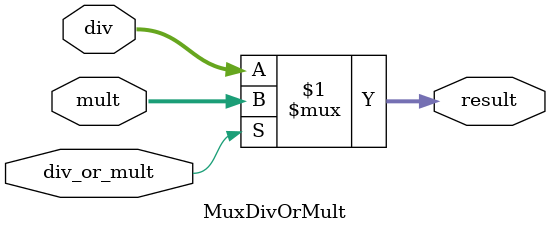
<source format=v>
module MuxDivOrMult (
  input  wire        div_or_mult,
  input  wire [31:0] div,
  input  wire [31:0] mult,
  output wire [31:0] result
);

  assign result = div_or_mult ? mult : div;

endmodule
</source>
